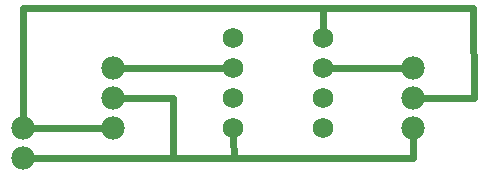
<source format=gbl>
G04 MADE WITH FRITZING*
G04 WWW.FRITZING.ORG*
G04 DOUBLE SIDED*
G04 HOLES PLATED*
G04 CONTOUR ON CENTER OF CONTOUR VECTOR*
%ASAXBY*%
%FSLAX23Y23*%
%MOIN*%
%OFA0B0*%
%SFA1.0B1.0*%
%ADD10C,0.078000*%
%ADD11C,0.068000*%
%ADD12C,0.024000*%
%LNCOPPER0*%
G90*
G70*
G54D10*
X155Y255D03*
X155Y155D03*
X455Y455D03*
X455Y355D03*
X455Y255D03*
X1455Y455D03*
X1455Y355D03*
X1455Y255D03*
G54D11*
X855Y555D03*
X855Y455D03*
X855Y355D03*
X855Y255D03*
X1155Y255D03*
X1155Y355D03*
X1155Y455D03*
X1155Y555D03*
G54D12*
X185Y255D02*
X256Y254D01*
D02*
X256Y254D02*
X425Y255D01*
D02*
X485Y355D02*
X654Y354D01*
D02*
X654Y354D02*
X654Y155D01*
D02*
X654Y155D02*
X185Y155D01*
D02*
X656Y456D02*
X828Y455D01*
D02*
X485Y455D02*
X656Y456D01*
D02*
X856Y155D02*
X185Y155D01*
D02*
X855Y228D02*
X856Y155D01*
D02*
X1155Y582D02*
X1154Y656D01*
D02*
X355Y655D02*
X155Y655D01*
D02*
X155Y655D02*
X155Y554D01*
D02*
X1154Y656D02*
X355Y655D01*
D02*
X155Y554D02*
X155Y285D01*
D02*
X1154Y655D02*
X1654Y655D01*
D02*
X1654Y655D02*
X1656Y354D01*
D02*
X1155Y582D02*
X1154Y655D01*
D02*
X1656Y354D02*
X1485Y355D01*
D02*
X1182Y455D02*
X1425Y455D01*
D02*
X185Y155D02*
X1455Y155D01*
D02*
X1455Y155D02*
X1455Y225D01*
G04 End of Copper0*
M02*
</source>
